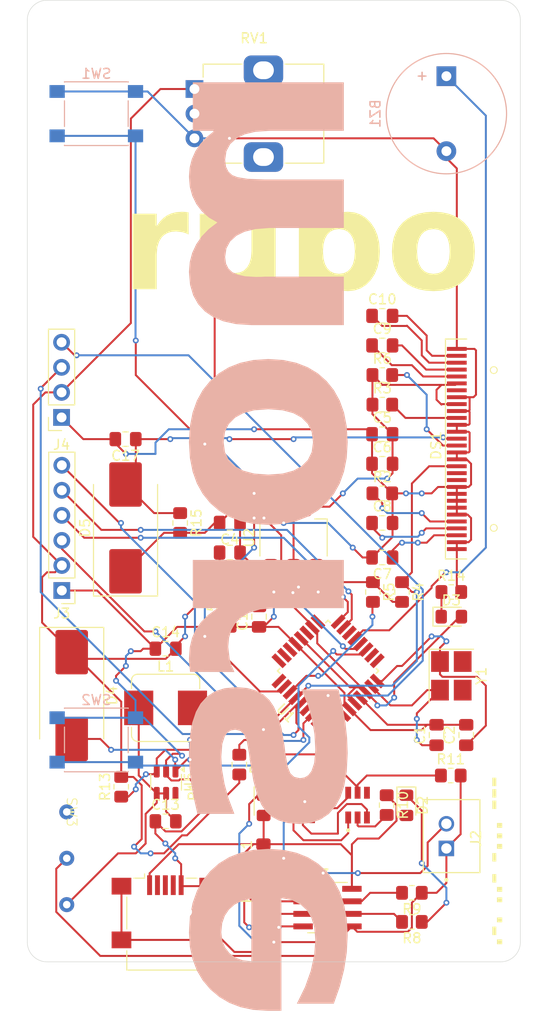
<source format=kicad_pcb>
(kicad_pcb (version 20240108) (generator "pcbnew") (generator_version "8.0")
  (layers (0 "F.Cu" signal) (31 "B.Cu" signal) (34 "B.Paste" user) (35 "F.Paste" user) (36 "B.SilkS" user "B.Silkscreen") (37 "F.SilkS" user "F.Silkscreen") (38 "B.Mask" user) (39 "F.Mask" user) (44 "Edge.Cuts" user))
  (net 0 "")
  (net 1 "VCC_C")
  (net 2 "Buzzer")
  (net 3 "Net-(U1-XTAL1{slash}PB6)")
  (net 4 "Net-(U1-XTAL2{slash}PB7)")
  (net 5 "+5V")
  (net 6 "+3.3V")
  (net 7 "Net-(DS1-VCC)")
  (net 8 "Net-(DS1-VCOMH)")
  (net 9 "Net-(DS1-C1N)")
  (net 10 "Net-(DS1-C1P)")
  (net 11 "Net-(DS1-C2N)")
  (net 12 "Net-(DS1-C2P)")
  (net 13 "Net-(D1-A)")
  (net 14 "Net-(U4-VCC)")
  (net 15 "Net-(U4-GND)")
  (net 16 "Net-(SW3-C)")
  (net 17 "RES")
  (net 18 "BAT_POS")
  (net 19 "Net-(D2-K)")
  (net 20 "Net-(D3-K)")
  (net 21 "Net-(D4-A)")
  (net 22 "Net-(DS1-BS1)")
  (net 23 "Net-(DS1-D{slash}~{C})")
  (net 24 "SCL")
  (net 25 "SDA")
  (net 27 "Net-(DS1-IREF)")
  (net 31 "MISO")
  (net 32 "RST")
  (net 33 "MOSI")
  (net 34 "TX")
  (net 35 "RX")
  (net 37 "Net-(U4-OD)")
  (net 39 "Net-(U4-OC)")
  (net 40 "Net-(U3-PROG)")
  (net 41 "Net-(U3-~{STDBY})")
  (net 42 "Net-(U3-~{CHRG})")
  (net 43 "Net-(U4-CS)")
  (net 44 "Net-(U5-FB)")
  (net 45 "Button_0")
  (net 46 "Button_1")
  (net 50 "SCK")
  (net 63 "POT")
  (footprint "Capacitor_SMD:C_0805_2012Metric_Pad1.18x1.45mm_HandSolder" (layer "F.Cu") (at 133.525 126.25)
    (property "Reference" "C14")
    (property "Value" "22u")
  )
  (footprint "Resistor_SMD:R_0805_2012Metric_Pad1.20x1.40mm_HandSolder" (layer "F.Cu") (at 141 138 -90)
    (property "Reference" "R1")
    (property "Value" "1k")
  )
  (footprint "Resistor_SMD:R_0805_2012Metric_Pad1.20x1.40mm_HandSolder" (layer "F.Cu") (at 155.5 110.5)
    (property "Reference" "R2")
    (property "Value" "910k")
  )
  (footprint "Inductor_SMD:L_Bourns_SRP7028A_7.3x6.6mm" (layer "F.Cu") (at 133.525 132.25)
    (property "Reference" "L1")
    (property "Value" "22u")
  )
  (footprint "Diode_SMD:D_SMC_Handsoldering" (layer "F.Cu") (at 124.0025 131 -90)
    (property "Reference" "D4")
    (property "Value" "D_Schottky")
  )
  (footprint "Resistor_SMD:R_0805_2012Metric_Pad1.20x1.40mm_HandSolder" (layer "F.Cu") (at 155.9425 142.1075 -90)
    (property "Reference" "R10")
    (property "Value" "1k")
  )
  (footprint "Capacitor_SMD:C_0805_2012Metric_Pad1.18x1.45mm_HandSolder" (layer "F.Cu") (at 133.525 143.75)
    (property "Reference" "C13")
    (property "Value" "22u")
  )
  (footprint "footprints:SOT-23-6L_TCP" (layer "F.Cu") (at 147.4425 142.1075 -90)
    (property "Reference" "Q1")
    (property "Value" "FS8205A")
  )
  (footprint "TP4056:SOP127P600X175-9N" (layer "F.Cu") (at 149.9425 152.5)
    (property "Reference" "U3")
    (property "Value" "TP4056")
  )
  (footprint "Package_QFP:TQFP-32_7x7mm_P0.8mm" (layer "F.Cu") (at 150 128.5 135)
    (property "Reference" "U1")
    (property "Value" "ATmega328P-A")
  )
  (footprint "Capacitor_SMD:C_0805_2012Metric_Pad1.18x1.45mm_HandSolder" (layer "F.Cu") (at 139.99 123 90)
    (property "Reference" "C15")
    (property "Value" "10u")
  )
  (footprint "Potentiometer_THT:Potentiometer_Alps_RK09K_Single_Vertical" (layer "F.Cu") (at 136.45 69.5)
    (property "Reference" "RV1")
    (property "Value" "R_Potentiometer")
  )
  (footprint "B2B-XH-A_LF__SN_:JST_B2B-XH-A_LF__SN_" (layer "F.Cu") (at 162.525 145.25 -90)
    (property "Reference" "J2")
    (property "Value" "B2B-XH-A_LF__SN_")
  )
  (footprint "Capacitor_SMD:C_0805_2012Metric_Pad1.18x1.45mm_HandSolder" (layer "F.Cu") (at 155.5 92.5)
    (property "Reference" "C10")
    (property "Value" "1u")
  )
  (footprint "Capacitor_SMD:C_0805_2012Metric_Pad1.18x1.45mm_HandSolder" (layer "F.Cu") (at 155.5 104.5)
    (property "Reference" "C5")
    (property "Value" "1u")
  )
  (footprint "LED_SMD:LED_0805_2012Metric_Pad1.15x1.40mm_HandSolder" (layer "F.Cu") (at 143.465 142.13 -90)
    (property "Reference" "D1")
    (property "Value" "RED")
  )
  (footprint "Capacitor_SMD:C_0805_2012Metric_Pad1.18x1.45mm_HandSolder" (layer "F.Cu") (at 140.0375 113.49 180)
    (property "Reference" "C4")
    (property "Value" "10u")
  )
  (footprint "Capacitor_SMD:C_0805_2012Metric_Pad1.18x1.45mm_HandSolder" (layer "F.Cu") (at 140.0375 116.5 180)
    (property "Reference" "C3")
    (property "Value" "10u")
  )
  (footprint "Capacitor_SMD:C_0805_2012Metric_Pad1.18x1.45mm_HandSolder" (layer "F.Cu") (at 155.5 113.5)
    (property "Reference" "C8")
    (property "Value" "4.7u")
  )
  (footprint "Switch:SS-12D10L5" (layer "F.Cu") (at 123.5 142.8 -90)
    (property "Reference" "SW3")
    (property "Value" "SW_SPDT")
  )
  (footprint "Package_TO_SOT_SMD:SOT-223-3_TabPin2" (layer "F.Cu") (at 146.5 115 90)
    (property "Reference" "U2")
    (property "Value" "AMS1117-3.3")
  )
  (footprint "Connector_PinSocket_2.54mm:PinSocket_1x04_P2.54mm_Vertical" (layer "F.Cu") (at 122.975 102.8 180)
    (property "Reference" "J4")
    (property "Value" "Conn_01x04_Pin")
  )
  (footprint "Resistor_SMD:R_0805_2012Metric_Pad1.20x1.40mm_HandSolder" (layer "F.Cu") (at 155.5 98.5)
    (property "Reference" "R6")
    (property "Value" "4.7k")
  )
  (footprint "Resistor_SMD:R_0805_2012Metric_Pad1.20x1.40mm_HandSolder" (layer "F.Cu") (at 138.025 140.25 90)
    (property "Reference" "R12")
    (property "Value" "1k")
  )
  (footprint "Capacitor_SMD:C_0805_2012Metric_Pad1.18x1.45mm_HandSolder" (layer "F.Cu") (at 155.5 107.5)
    (property "Reference" "C6")
    (property "Value" "1u")
  )
  (footprint "LED_SMD:LED_0805_2012Metric_Pad1.15x1.40mm_HandSolder" (layer "F.Cu") (at 162.5 123)
    (property "Reference" "D3")
    (property "Value" "GREEN")
  )
  (footprint "LED_SMD:LED_0805_2012Metric_Pad1.15x1.40mm_HandSolder" (layer "F.Cu") (at 157.9425 142.13 -90)
    (property "Reference" "D2")
    (property "Value" "GREEN")
  )
  (footprint "DW01A:SOT95P280X145-6N" (layer "F.Cu") (at 152.992499 142.1075 90)
    (property "Reference" "U4")
    (property "Value" "DW01A")
  )
  (footprint "Resistor_SMD:R_0805_2012Metric_Pad1.20x1.40mm_HandSolder" (layer "F.Cu") (at 158.5 151 180)
    (property "Reference" "R9")
    (property "Value" "1k")
  )
  (footprint "Capacitor_SMD:C_0805_2012Metric_Pad1.18x1.45mm_HandSolder" (layer "F.Cu") (at 143.4425 138 -90)
    (property "Reference" "C12")
    (property "Value" "100n")
  )
  (footprint "Capacitor_SMD:C_0805_2012Metric_Pad1.18x1.45mm_HandSolder" (layer "F.Cu") (at 143.4425 147.1075 90)
    (property "Reference" "C11")
    (property "Value" "10u")
  )
  (footprint "Resistor_SMD:R_0805_2012Metric_Pad1.20x1.40mm_HandSolder" (layer "F.Cu") (at 155.5 101.5)
    (property "Reference" "R3")
    (property "Value" "4.7k")
  )
  (footprint "Crystal:Crystal_SMD_3225-4Pin_3.2x2.5mm_HandSoldering" (layer "F.Cu") (at 162.5 129 -90)
    (property "Reference" "Y1")
    (property "Value" "16M")
  )
  (footprint "Connector_PinHeader_2.54mm:PinHeader_1x06_P2.54mm_Vertical" (layer "F.Cu") (at 123 120.35 180)
    (property "Reference" "J3")
    (property "Value" "Conn_01x06")
  )
  (footprint "Resistor_SMD:R_0805_2012Metric_Pad1.20x1.40mm_HandSolder" (layer "F.Cu") (at 162.5 120.5)
    (property "Reference" "R14")
    (property "Value" "1k")
  )
  (footprint "Capacitor_SMD:C_0805_2012Metric_Pad1.18x1.45mm_HandSolder" (layer "F.Cu") (at 164.01 135 90)
    (property "Reference" "C2")
    (property "Value" "22pf")
  )
  (footprint "Package_TO_SOT_SMD:SOT-23-6" (layer "F.Cu") (at 133.575 139.7875 -90)
    (property "Reference" "U5")
    (property "Value" "MT3608")
  )
  (footprint "Resistor_SMD:R_0805_2012Metric_Pad1.20x1.40mm_HandSolder" (layer "F.Cu") (at 158.5 153.95 180)
    (property "Reference" "R8")
    (property "Value" "1k")
  )
  (footprint "Capacitor_SMD:C_0805_2012Metric_Pad1.18x1.45mm_HandSolder" (layer "F.Cu") (at 161 135 90)
    (property "Reference" "C1")
    (property "Value" "22pf")
  )
  (footprint "Display:OLED-128O064D" (layer "F.Cu") (at 163.055 106 -90)
    (property "Reference" "DS1")
    (property "Value" "OLED-128O064D")
  )
  (footprint "Capacitor_SMD:C_0805_2012Metric_Pad1.18x1.45mm_HandSolder" (layer "F.Cu") (at 129.4625 105 180)
    (property "Reference" "C17")
    (property "Value" "4.7u")
  )
  (footprint "Resistor_SMD:R_0805_2012Metric_Pad1.20x1.40mm_HandSolder" (layer "F.Cu") (at 143.4425 151.1075 90)
    (property "Reference" "R7")
    (property "Value" "2k")
  )
  (footprint "Capacitor_SMD:C_0805_2012Metric_Pad1.18x1.45mm_HandSolder" (layer "F.Cu") (at 143 123 90)
    (property "Reference" "C16")
    (property "Value" "1u")
  )
  (footprint "Capacitor_SMD:C_0805_2012Metric_Pad1.18x1.45mm_HandSolder" (layer "F.Cu") (at 155.5 95.5)
    (property "Reference" "C9")
    (property "Value" "1u")
  )
  (footprint "Resistor_SMD:R_0805_2012Metric_Pad1.20x1.40mm_HandSolder" (layer "F.Cu") (at 162.4425 139.1075)
    (property "Reference" "R11")
    (property "Value" "100R")
  )
  (footprint "Resistor_SMD:R_0805_2012Metric_Pad1.20x1.40mm_HandSolder" (layer "F.Cu") (at 154.55 120.5 -90)
    (property "Reference" "R5")
    (property "Value" "4.7k")
  )
  (footprint "Capacitor_SMD:C_0805_2012Metric_Pad1.18x1.45mm_HandSolder" (layer "F.Cu") (at 155.5 117 180)
    (property "Reference" "C7")
    (property "Value" "2.2u")
  )
  (footprint "Resistor_SMD:R_0805_2012Metric_Pad1.20x1.40mm_HandSolder" (layer "F.Cu") (at 135 113.5 -90)
    (property "Reference" "R15")
    (property "Value" "4.7k")
  )
  (footprint "Diode_SMD:D_SMC_Handsoldering" (layer "F.Cu") (at 129.4625 114 90)
    (property "Reference" "D5")
    (property "Value" "D_Schottky")
  )
  (footprint "Resistor_SMD:R_0805_2012Metric_Pad1.20x1.40mm_HandSolder" (layer "F.Cu") (at 157.5 120.5 -90)
    (property "Reference" "R4")
    (property "Value" "4.7k")
  )
  (footprint "Resistor_SMD:R_0805_2012Metric_Pad1.20x1.40mm_HandSolder" (layer "F.Cu") (at 129.025 140.25 90)
    (property "Reference" "R13")
    (property "Value" "7.5k")
  )
  (footprint "Connector_USB:USB_Mini-B_Lumberg_2486_01_Horizontal" (layer "F.Cu") (at 133.5 152.925)
    (property "Reference" "J1")
    (property "Value" "USB_B_Mini")
  )
  (footprint "Button_Switch_SMD:SW_Push_1P1T_NO_6x6mm_H9.5mm" (layer "B.Cu") (at 126.5 135.5 180)
    (property "Reference" "SW2")
    (property "Value" "SW_Push")
  )
  (footprint "Buzzer_Beeper:Buzzer_12x9.5RM7.6" (layer "B.Cu") (at 162 68.2 -90)
    (property "Reference" "BZ1")
    (property "Value" "Buzzer")
  )
  (footprint "Button_Switch_SMD:SW_Push_1P1T_NO_6x6mm_H9.5mm" (layer "B.Cu") (at 126.5 72 180)
    (property "Reference" "SW1")
    (property "Value" "SW_Push")
  )
  (gr_arc (start 167.5 60.5) (mid 168.914214 61.085786) (end 169.5 62.5) (stroke (width 0.05)) (layer "Edge.Cuts"))
  (gr_line (start 169.5 156) (end 169.5 62.5) (stroke (width 0.05)) (layer "Edge.Cuts"))
  (gr_line (start 119.5 156) (end 119.5 62.5) (stroke (width 0.05)) (layer "Edge.Cuts"))
  (gr_line (start 121.5 158) (end 167.5 158) (stroke (width 0.05)) (layer "Edge.Cuts"))
  (gr_line (start 167.5 60.5) (end 121.5 60.5) (stroke (width 0.05)) (layer "Edge.Cuts"))
  (gr_arc (start 169.5 156) (mid 168.914214 157.414214) (end 167.5 158) (stroke (width 0.05)) (layer "Edge.Cuts"))
  (gr_arc (start 121.5 158) (mid 120.085786 157.414214) (end 119.5 156) (stroke (width 0.05)) (layer "Edge.Cuts"))
  (gr_arc (start 119.5 62.5) (mid 120.085786 61.085786) (end 121.5 60.5) (stroke (width 0.05)) (layer "Edge.Cuts"))
  (gr_text "morse" (at 155 66.5 90) (layer "B.SilkS") (effects (font (size 20 20) (thickness 0.1)) (justify left bottom mirror)))
  (gr_text ".-. ..- -... ---" (at 168 156.5 90) (layer "F.SilkS") (effects (font (size 2 2) (thickness 0.1)) (justify left bottom)))
  (gr_text "rubo" (at 129 91.5 0) (layer "F.SilkS") (effects (font (size 10 10) (thickness 0.1)) (justify left bottom)))
  (segment (start 163.055 112.65) (end 163.055 111.95) (width 0.2) (layer "F.Cu") (net 1))
  (segment (start 134.992148 136.9) (end 135.192148 137.1) (width 0.2) (layer "F.Cu") (net 1))
  (segment (start 129.05 155.775) (end 129.05 150.325) (width 0.2) (layer "F.Cu") (net 1))
  (segment (start 164.355 102.25) (end 164.255 102.15) (width 0.2) (layer "F.Cu") (net 1))
  (segment (start 156.5 110.5) (end 157.9 110.5) (width 0.2) (layer "F.Cu") (net 1))
  (segment (start 144.2 120.2) (end 144.2 118.15) (width 0.2) (layer "F.Cu") (net 1))
  (segment (start 164.5 109.605) (end 164.5 107.5) (width 0.2) (layer "F.Cu") (net 1))
  (segment (start 145 113.5) (end 145.5 113.5) (width 0.2) (layer "F.Cu") (net 1))
  (segment (start 154.4625 107.5) (end 154.4625 108.4625) (width 0.2) (layer "F.Cu") (net 1))
  (segment (start 132.4875 126.25) (end 134.7 124.0375) (width 0.2) (layer "F.Cu") (net 1))
  (segment (start 142.165 112.4) (end 143.9 112.4) (width 0.2) (layer "F.Cu") (net 1))
  (segment (start 145.5 147.5) (end 144.855 148.145) (width 0.2) (layer "F.Cu") (net 1))
  (segment (start 164.5 113) (end 164.15 112.65) (width 0.2) (layer "F.Cu") (net 1))
  (segment (start 134.978052 139.5) (end 134.865552 139.6125) (width 0.2) (layer "F.Cu") (net 1))
  (segment (start 160.5 110.5) (end 161.15 109.85) (width 0.2) (layer "F.Cu") (net 1))
  (segment (start 163.055 109.85) (end 164.255 109.85) (width 0.2) (layer "F.Cu") (net 1))
  (segment (start 156.5375 113.5) (end 156.5375 114.925) (width 0.2) (layer "F.Cu") (net 1))
  (segment (start 136 139.5) (end 134.978052 139.5) (width 0.2) (layer "F.Cu") (net 1))
  (segment (start 163.055 116.15) (end 163.055 120.055) (width 0.2) (layer "F.Cu") (net 1))
  (segment (start 162 75.8) (end 160.7 74.5) (width 0.2) (layer "F.Cu") (net 1))
  (segment (start 144.971814 124.0375) (end 146.711953 125.777639) (width 0.2) (layer "F.Cu") (net 1))
  (segment (start 163.055 111.95) (end 163.055 111.25) (width 0.2) (layer "F.Cu") (net 1))
  (segment (start 163.055 120.055) (end 163.5 120.5) (width 0.2) (layer "F.Cu") (net 1))
  (segment (start 141.075 116.5) (end 141.075 113.49) (width 0.2) (layer "F.Cu") (net 1))
  (segment (start 163.055 116.15) (end 163.055 115.45) (width 0.2) (layer "F.Cu") (net 1))
  (segment (start 156.5375 113.5) (end 156.5375 110.5375) (width 0.2) (layer "F.Cu") (net 1))
  (segment (start 163.055 111.25) (end 163.055 110.55) (width 0.2) (layer "F.Cu") (net 1))
  (segment (start 131 126.5) (end 131.25 126.25) (width 0.2) (layer "F.Cu") (net 1))
  (segment (start 143.4625 124.0375) (end 144.5 123) (width 0.2) (layer "F.Cu") (net 1))
  (segment (start 142.725 118.15) (end 141.075 116.5) (width 0.2) (layer "F.Cu") (net 1))
  (segment (start 164.355 104.35) (end 164.255 104.25) (width 0.2) (layer "F.Cu") (net 1))
  (segment (start 164.355 102.05) (end 164.355 100.85) (width 0.2) (layer "F.Cu") (net 1))
  (segment (start 161 133.9625) (end 160.0375 133.9625) (width 0.2) (layer "F.Cu") (net 1))
  (segment (start 160.1 145.9) (end 160.1 148.248529) (width 0.2) (layer "F.Cu") (net 1))
  (segment (start 147.4675 150.595) (end 145.8925 150.595) (width 0.2) (layer "F.Cu") (net 1))
  (segment (start 164.255 100.75) (end 163.055 100.75) (width 0.2) (layer "F.Cu") (net 1))
  (segment (start 159.5 134.5) (end 154.302944 134.5) (width 0.2) (layer "F.Cu") (net 1))
  (segment (start 132.4875 143.75) (end 133.5125 144.775) (width 0.2) (layer "F.Cu") (net 1))
  (segment (start 133.575 139.075) (end 133.575 138.65) (width 0.2) (layer "F.Cu") (net 1))
  (segment (start 135.2 150.325) (end 135.1 150.225) (width 0.2) (layer "F.Cu") (net 1))
  (segment (start 137.95 150.325) (end 135.2 150.325) (width 0.2) (layer "F.Cu") (net 1))
  (segment (start 131.25 126.25) (end 132.4875 126.25) (width 0.2) (layer "F.Cu") (net 1))
  (segment (start 143 124.0375) (end 143.4625 124.0375) (width 0.2) (layer "F.Cu") (net 1))
  (segment (start 148.392501 140.76765) (end 148.392501 141.4566) (width 0.2) (layer "F.Cu") (net 1))
  (segment (start 160.0375 133.9625) (end 159.5 134.5) (width 0.2) (layer "F.Cu") (net 1))
  (segment (start 164.05 107.05) (end 163.055 107.05) (width 0.2) (layer "F.Cu") (net 1))
  (segment (start 128.425 105) (end 128.425 105.425) (width 0.2) (layer "F.Cu") (net 1))
  (segment (start 144.47 153.135) (end 147.4675 153.135) (width 0.2) (layer "F.Cu") (net 1))
  (segment (start 160.1 148.248529) (end 159.348529 149) (width 0.2) (layer "F.Cu") (net 1))
  (segment (start 156.5375 114.925) (end 154.4625 117) (width 0.2) (layer "F.Cu") (net 1))
  (segment (start 153.5 117) (end 154.4625 117) (width 0.2) (layer "F.Cu") (net 1))
  (segment (start 126.5875 120.35) (end 132.4875 126.25) (width 0.2) (layer "F.Cu") (net 1))
  (segment (start 133.5 146) (end 132.4875 144.9875) (width 0.2) (layer "F.Cu") (net 1))
  (segment (start 164.355 100.85) (end 164.255 100.75) (width 0.2) (layer "F.Cu") (net 1))
  (segment (start 130 126.5) (end 131 126.5) (width 0.2) (layer "F.Cu") (net 1))
  (segment (start 137.95 150.325) (end 137.95 154.45) (width 0.2) (layer "F.Cu") (net 1))
  (segment (start 156.5375 110.5375) (end 156.5 110.5) (width 0.2) (layer "F.Cu") (net 1))
  (segment (start 164.255 104.25) (end 163.055 104.25) (width 0.2) (layer "F.Cu") (net 1))
  (segment (start 159.5 110.5) (end 160.5 110.5) (width 0.2) (layer "F.Cu") (net 1))
  (segment (start 156.028186 133.9625) (end 161 133.9625) (width 0.2) (layer "F.Cu") (net 1))
  (segment (start 143 157) (end 143.4425 156.5575) (width 0.2) (layer "F.Cu") (net 1))
  (segment (start 134.865552 139.6125) (end 134.1125 139.6125) (width 0.2) (layer "F.Cu") (net 1))
  (segment (start 143.4425 152.1075) (end 144.47 153.135) (width 0.2) (layer "F.Cu") (net 1))
  (segment (start 142 149.5875) (end 143.4425 148.145) (width 0.2) (layer "F.Cu") (net 1))
  (segment (start 165 100.5) (end 164.75 100.75) (width 0.2) (layer "F.Cu") (net 1))
  (segment (start 164.255 102.15) (end 164.355 102.05) (width 0.2) (layer "F.Cu") (net 1))
  (segment (start 164.5 115.205) (end 164.5 113) (width 0.2) (layer "F.Cu") (net 1))
  (segment (start 144.2 118.15) (end 142.725 118.15) (width 0.2) (layer "F.Cu") (net 1))
  (segment (start 164.255 103.55) (end 164.355 103.45) (width 0.2) (layer "F.Cu") (net 1))
  (segment (start 163.055 102.15) (end 164.255 102.15) (width 0.2) (layer "F.Cu") (net 1))
  (segment (start 154.4625 104.5) (end 154.4625 107.5) (width 0.2) (layer "F.Cu") (net 1))
  (segment (start 161.15 109.85) (end 163.055 109.85) (width 0.2) (layer "F.Cu") (net 1))
  (segment (start 163.055 103.55) (end 164.255 103.55) (width 0.2) (layer "F.Cu") (net 1))
  (segment (start 135.1 150.225) (end 135.1 148.1) (width 0.2) (layer "F.Cu") (net 1))
  (segment (start 163.055 77.555) (end 163.055 95.85) (width 0.2) (layer "F.Cu") (net 1))
  (segment (start 154.302944 134.5) (end 152.156676 132.353732) (width 0.2) (layer "F.Cu") (net 1))
  (segment (start 132.4875 144.9875) (end 132.4875 143.75) (width 0.2) (layer "F.Cu") (net 1))
  (segment (start 143 124.0375) (end 144.971814 124.0375) (width 0.2) (layer "F.Cu") (net 1))
  (segment (start 141.075 113.49) (end 142.165 112.4) (width 0.2) (layer "F.Cu") (net 1))
  (segment (start 163.055 104.25) (end 163.055 103.55) (width 0.2) (layer "F.Cu") (net 1))
  (segment (start 140.5 157) (end 143 157) (width 0.2) (layer "F.Cu") (net 1))
  (segment (start 128.5 129.5) (end 128.5 129) (width 0.2) (layer "F.Cu") (net 1))
  (segment (start 142 151.5) (end 142 149.5875) (width 0.2) (layer "F.Cu") (net 1))
  (segment (start 137.95 155.775) (end 129.05 155.775) (width 0.2) (layer "F.Cu") (net 1))
  (segment (start 135.134744 144.775) (end 138.025 141.884744) (width 0.2) (layer "F.Cu") (net 1))
  (segment (start 162 144) (end 160.1 145.9) (width 0.2) (layer "F.Cu") (net 1))
  (segment (start 137.95 154.45) (end 140.5 157) (width 0.2) (layer "F.Cu") (net 1))
  (segment (start 164.355 103.45) (end 164.355 102.25) (width 0.2) (layer "F.Cu") (net 1))
  (segment (start 123 120.35) (end 126.5875 120.35) (width 0.2) (layer "F.Cu") (net 1))
  (segment (start 143.4425 156.5575) (end 143.4425 152.1075) (width 0.2) (layer "F.Cu") (net 1))
  (segment (start 134.251471 136.9) (end 134.992148 136.9) (width 0.2) (layer "F.Cu") (net 1))
  (segment (start 148.392501 141.4566) (end 148.092499 141.756602) (width 0.2) (layer "F.Cu") (net 1))
  (segment (start 137.75 141.25) (end 136 139.5) (width 0.2) (layer "F.Cu") (net 1))
  (segment (start 154.4625 108.4625) (end 156.5 110.5) (width 0.2) (layer "F.Cu") (net 1))
  (segment (start 138.025 141.25) (end 137.75 141.25) (width 0.2) (layer "F.Cu") (net 1))
  (segment (start 164.255 115.45) (end 164.5 115.205) (width 0.2) (layer "F.Cu") (net 1))
  (segment (start 133.5125 144.775) (end 135.134744 144.775) (width 0.2) (layer "F.Cu") (net 1))
  (segment (start 153.9625 104) (end 154.4625 104.5) (width 0.2) (layer "F.Cu") (net 1))
  (segment (start 142.5 104) (end 153.9625 104) (width 0.2) (layer "F.Cu") (net 1))
  (segment (start 162 76.5) (end 163.055 77.555) (width 0.2) (layer "F.Cu") (net 1))
  (segment (start 153.288047 131.222361) (end 156.028186 133.9625) (width 0.2) (layer "F.Cu") (net 1))
  (segment (start 137.95 150.325) (end 137.95 155.775) (width 0.2) (layer "F.Cu") (net 1))
  (segment (start 143.4425 152.1075) (end 142.6075 152.1075) (width 0.2) (layer "F.Cu") (net 1))
  (segment (start 164.255 106.35) (end 164.355 106.25) (width 0.2) (layer "F.Cu") (net 1))
  (segment (start 149.0625 149) (end 147.4675 150.595) (width 0.2) (layer "F.Cu") (net 1))
  (segment (start 152.5 116) (end 153.5 117) (width 0.2) (layer "F.Cu") (net 1))
  (segment (start 159.348529 149) (end 153.0175 149) (width 0.2) (layer "F.Cu") (net 1))
  (segment (start 133.575 137.576471) (end 134.251471 136.9) (width 0.2) (layer "F.Cu") (net 1))
  (segment (start 135.1 148.1) (end 134.5 147.5) (width 0.2) (layer "F.Cu") (net 1))
  (segment (start 161 133.9625) (end 164.01 133.9625) (width 0.2) (layer "F.Cu") (net 1))
  (segment (start 143.9 112.4) (end 145 113.5) (width 0.2) (layer "F.Cu") (net 1))
  (segment (start 144.5 120.5) (end 144.2 120.2) (width 0.2) (layer "F.Cu") (net 1))
  (segment (start 128.425 105.425) (end 129.5 106.5) (width 0.2) (layer "F.Cu") (net 1))
  (segment (start 138.025 141.884744) (end 138.025 141.25) (width 0.2) (layer "F.Cu") (net 1))
  (segment (start 164.75 100.75) (end 163.055 100.75) (width 0.2) (layer "F.Cu") (net 1))
  (segment (start 128.425 105) (end 125.175 105) (width 0.2) (layer "F.Cu") (net 1))
  (segment (start 163.055 115.45) (end 164.255 115.45) (width 0.2) (layer "F.Cu") (net 1))
  (segment (start 164.5 107.5) (end 164.05 107.05) (width 0.2) (layer "F.Cu") (net 1))
  (segment (start 148.092499 141.756602) (end 147.639812 141.756602) (width 0.2) (layer "F.Cu") (net 1))
  (segment (start 151.662221 131.859277) (end 152.156676 132.353732) (width 0.2) (layer "F.Cu") (net 1))
  (segment (start 145.8925 150.595) (end 143.4425 148.145) (width 0.2) (layer "F.Cu") (net 1))
  (segment (start 139.99 124.0375) (end 143 124.0375) (width 0.2) (layer "F.Cu") (net 1))
  (segment (start 134.1125 139.6125) (end 133.575 139.075) (width 0.2) (layer "F.Cu") (net 1))
  (segment (start 151.662221 130.727907) (end 151.662221 131.859277) (width 0.2) (layer "F.Cu") (net 1))
  (segment (start 164.15 112.65) (end 163.055 112.65) (width 0.2) (layer "F.Cu") (net 1))
  (segment (start 163.055 106.35) (end 164.255 106.35) (width 0.2) (layer "F.Cu") (net 1))
  (segment (start 160.7 74.5) (end 140 74.5) (width 0.2) (layer "F.Cu") (net 1))
  (segment (start 164.355 106.25) (end 164.355 104.35) (width 0.2) (layer "F.Cu") (net 1))
  (segment (start 162 75.8) (end 162 76.5) (width 0.2) (layer "F.Cu") (net 1))
  (segment (start 142.6075 152.1075) (end 142 151.5) (width 0.2) (layer "F.Cu") (net 1))
  (segment (start 133.575 138.65) (end 133.575 137.576471) (width 0.2) (layer "F.Cu") (net 1))
  (segment (start 164.255 109.85) (end 164.5 109.605) (width 0.2) (layer "F.Cu") (net 1))
  (segment (start 163.055 110.55) (end 163.055 109.85) (width 0.2) (layer "F.Cu") (net 1))
  (segment (start 144.855 148.145) (end 143.4425 148.145) (width 0.2) (layer "F.Cu") (net 1))
  (segment (start 164.85 95.85) (end 165 96) (width 0.2) (layer "F.Cu") (net 1))
  (segment (start 163.055 107.05) (end 163.055 106.35) (width 0.2) (layer "F.Cu") (net 1))
  (segment (start 134.7 124.0375) (end 139.99 124.0375) (width 0.2) (layer "F.Cu") (net 1))
  (segment (start 146.711953 125.777639) (end 151.662221 130.727907) (width 0.2) (layer "F.Cu") (net 1))
  (segment (start 165 96) (end 165 100.5) (width 0.2) (layer "F.Cu") (net 1))
  (segment (start 149.5 149) (end 149.0625 149) (width 0.2) (layer "F.Cu") (net 1))
  (segment (start 163.055 95.85) (end 164.85 95.85) (width 0.2) (layer "F.Cu") (net 1))
  (segment (start 128.5 129) (end 129.5 128) (width 0.2) (layer "F.Cu") (net 1))
  (segment (start 125.175 105) (end 122.975 102.8) (width 0.2) (layer "F.Cu") (net 1))
  (via (at 144.5 120.5) (size 0.6) (drill 0.3) (layers "F.Cu" "B.Cu") (net 1))
  (via (at 128.5 129.5) (size 0.6) (drill 0.3) (layers "F.Cu" "B.Cu") (net 1))
  (via (at 145.5 147.5) (size 0.6) (drill 0.3) (layers "F.Cu" "B.Cu") (net 1))
  (via (at 130 126.5) (size 0.6) (drill 0.3) (layers "F.Cu" "B.Cu") (net 1))
  (via (at 134.5 147.5) (size 0.6) (drill 0.3) (layers "F.Cu" "B.Cu") (net 1))
  (via (at 135.192148 137.1) (size 0.6) (drill 0.3) (layers "F.Cu" "B.Cu") (net 1))
  (via (at 129.5 106.5) (size 0.6) (drill 0.3) (layers "F.Cu" "B.Cu") (net 1))
  (via (at 147.639812 141.756602) (size 0.6) (drill 0.3) (layers "F.Cu" "B.Cu") (net 1))
  (via (at 142.5 104) (size 0.6) (drill 0.3) (layers "F.Cu" "B.Cu") (net 1))
  (via (at 145.5 113.5) (size 0.6) (drill 0.3) (layers "F.Cu" "B.Cu") (net 1))
  (via (at 149.5 149) (size 0.6) (drill 0.3) (layers "F.Cu" "B.Cu") (net 1))
  (via (at 157.9 110.5) (size 0.6) (drill 0.3) (layers "F.Cu" "B.Cu") (net 1))
  (via (at 133.5 146) (size 0.6) (drill 0.3) (layers "F.Cu" "B.Cu") (net 1))
  (via (at 153.0175 149) (size 0.6) (drill 0.3) (layers "F.Cu" "B.Cu") (net 1))
  (via (at 140 74.5) (size 0.6) (drill 0.3) (layers "F.Cu" "B.Cu") (net 1))
  (via (at 144.5 123) (size 0.6) (drill 0.3) (layers "F.Cu" "B.Cu") (net 1))
  (via (at 152.5 116) (size 0.6) (drill 0.3) (layers "F.Cu" "B.Cu") (net 1))
  (via (at 159.5 110.5) (size 0.6) (drill 0.3) (layers "F.Cu" "B.Cu") (net 1))
  (via (at 129.5 128) (size 0.6) (drill 0.3) (layers "F.Cu" "B.Cu") (net 1))
  (segment (start 153.0175 149) (end 149.5 149) (width 0.2) (layer "B.Cu") (net 1))
  (segment (start 122.525 69.75) (end 130.475 69.75) (width 0.2) (layer "B.Cu") (net 1))
  (segment (start 134.5 147) (end 133.5 146) (width 0.2) (layer "B.Cu") (net 1))
  (segment (start 130.475 133.25) (end 130.475 131.475) (width 0.2) (layer "B.Cu") (net 1))
  (segment (start 129.5 106.5) (end 130.5 106.5) (width 0.2) (layer "B.Cu") (net 1))
  (segment (start 145.5 143.896414) (end 145.5 147.5) (width 0.2) (layer "B.Cu") (net 1))
  (segment (start 157.9 110.5) (end 159.5 110.5) (width 0.2) (layer "B.Cu") (net 1))
  (segment (start 130.5 106.5) (end 132.5 106.5) (width 0.2) (layer "B.Cu") (net 1))
  (segment (start 133.848529 104) (end 142.5 104) (width 0.2) (layer "B.Cu") (net 1))
  (segment (start 140 74.5) (end 136.45 74.5) (width 0.2) (layer "B.Cu") (net 1))
  (segment (start 150 113.5) (end 152.5 116) (width 0.2) (layer "B.Cu") (net 1))
  (segment (start 129.5 128) (end 129.5 127) (width 0.2) (layer "B.Cu") (net 1))
  (segment (start 122.525 133.25) (end 130.475 133.25) (width 0.2) (layer "B.Cu") (net 1))
  (segment (start 132.5 106.5) (end 132.5 105.348529) (width 0.2) (layer "B.Cu") (net 1))
  (segment (start 145.5 113.5) (end 150 113.5) (width 0.2) (layer "B.Cu") (net 1))
  (segment (start 132.5 105.348529) (end 133.848529 104) (width 0.2) (layer "B.Cu") (net 1))
  (segment (start 130.475 69.75) (end 131.7 69.75) (width 0.2) (layer "B.Cu") (net 1))
  (segment (start 130.475 131.475) (end 128.5 129.5) (width 0.2) (layer "B.Cu") (net 1))
  (segment (start 147.639812 141.756602) (end 145.5 143.896414) (width 0.2) (layer "B.Cu") (net 1))
  (segment (start 134.5 147.5) (end 134.5 147) (width 0.2) (layer "B.Cu") (net 1))
  (segment (start 131.342148 133.25) (end 130.475 133.25) (width 0.2) (layer "B.Cu") (net 1))
  (segment (start 135.192148 137.1) (end 131.342148 133.25) (width 0.2) (layer "B.Cu") (net 1))
  (segment (start 144.5 123) (end 144.5 120.5) (width 0.2) (layer "B.Cu") (net 1))
  (segment (start 129.5 127) (end 130 126.5) (width 0.2) (layer "B.Cu") (net 1))
  (segment (start 131.7 69.75) (end 136.45 74.5) (width 0.2) (layer "B.Cu") (net 1))
  (segment (start 160.5 119.915256) (end 161.915256 118.5) (width 0.2) (layer "F.Cu") (net 2))
  (segment (start 156.20043 124.384314) (end 160.5 120.084744) (width 0.2) (layer "F.Cu") (net 2))
  (segment (start 161.915256 118.5) (end 162 118.5) (width 0.2) (layer "F.Cu") (net 2))
  (segment (start 160.5 120.084744) (end 160.5 119.915256) (width 0.2) (layer "F.Cu") (net 2))
  (segment (start 152.722361 125.211953) (end 153.55 124.384314) (width 0.2) (layer "F.Cu") (net 2))
  (segment (start 153.55 124.384314) (end 156.20043 124.384314) (width 0.2) (layer "F.Cu") (net 2))
  (via (at 162 118.5) (size 0.6) (drill 0.3) (layers "F.Cu" "B.Cu") (net 2))
  (segment (start 162 118.5) (end 163.5 118.5) (width 0.2) (layer "B.Cu") (net 2))
  (segment (start 166 72.2) (end 162 68.2) (width 0.2) (layer "B.Cu") (net 2))
  (segment (start 166 116) (end 166 72.2) (width 0.2) (layer "B.Cu") (net 2))
  (segment (start 163.5 118.5) (end 166 116) (width 0.2) (layer "B.Cu") (net 2))
  (segment (start 158.5 132) (end 156.328427 132) (width 0.2) (layer "F.Cu") (net 3))
  (segment (start 159 132.8) (end 161.35 130.45) (width 0.2) (layer "F.Cu") (net 3))
  (segment (start 156.328427 132) (end 154.419417 130.09099) (width 0.2) (layer "F.Cu") (net 3))
  (segment (start 159.5375 136.0375) (end 159 135.5) (width 0.2) (layer "F.Cu") (net 3))
  (segment (start 160.05 130.45) (end 158.5 132) (width 0.2) (layer "F.Cu") (net 3))
  (segment (start 161.35 130.45) (end 160.05 130.45) (width 0.2) (layer "F.Cu") (net 3))
  (segment (start 159 133.3625) (end 159 132.8) (width 0.2) (layer "F.Cu") (net 3))
  (segment (start 161 136.0375) (end 159.5375 136.0375) (width 0.2) (layer "F.Cu") (net 3))
  (via (at 159 133.3625) (size 0.6) (drill 0.3) (layers "F.Cu" "B.Cu") (net 3))
  (via (at 159 135.5) (size 0.6) (drill 0.3) (layers "F.Cu" "B.Cu") (net 3))
  (segment (start 159 134.5) (end 159 133.3625) (width 0.2) (layer "B.Cu") (net 3))
  (segment (start 159 135.5) (end 159 134.5) (width 0.2) (layer "B.Cu") (net 3))
  (segment (start 162 125.5) (end 161.35 126.15) (width 0.2) (layer "F.Cu") (net 4))
  (segment (start 161.35 127.55) (end 161.35 128.85) (width 0.2) (layer "F.Cu") (net 4))
  (segment (start 157.5 128) (end 160.5 125) (width 0.2) (layer "F.Cu") (net 4))
  (segment (start 165.1 129.1) (end 166 130) (width 0.2) (layer "F.Cu") (net 4))
  (segment (start 161.6 129.1) (end 165.1 129.1) (width 0.2) (layer "F.Cu") (net 4))
  (segment (start 157 128) (end 157.5 128) (width 0.2) (layer "F.Cu") (net 4))
  (segment (start 166 130) (end 166 134.0475) (width 0.2) (layer "F.Cu") (net 4))
  (segment (start 166 134.0475) (end 164.01 136.0375) (width 0.2) (layer "F.Cu") (net 4))
  (segment (start 154.985103 129.525305) (end 155.474695 129.525305) (width 0.2) (layer "F.Cu") (net 4))
  (segment (start 161.35 126.15) (end 161.35 127.55) (width 0.2) (layer "F.Cu") (net 4))
  (segment (start 161.35 128.85) (end 161.6 129.1) (width 0.2) (layer "F.Cu") (net 4))
  (segment (start 155.474695 129.525305) (end 157 128) (width 0.2) (layer "F.Cu") (net 4))
  (via (at 160.5 125) (size 0.6) (drill 0.3) (layers "F.Cu" "B.Cu") (net 4))
  (via (at 162 125.5) (size 0.6) (drill 0.3) (layers "F.Cu" "B.Cu") (net 4))
  (segment (start 161.5 125) (end 162 125.5) (width 0.2) (layer "B.Cu") (net 4))
  (segment (start 160.5 125) (end 161.5 125) (width 0.2) (layer "B.Cu") (net 4))
  (segment (start 130 72.5) (end 133 69.5) (width 0.2) (layer "F.Cu") (net 5))
  (segment (start 131.1 145.55147) (end 131.1 140.1) (width 0.2) (layer "F.Cu") (net 5))
  (segment (start 134.5625 126.25) (end 134.5625 125.9375) (width 0.2) (layer "F.Cu") (net 5))
  (segment (start 135.184314 145.175) (end 133.359314 147) (width 0.2) (layer "F.Cu") (net 5))
  (segment (start 152.062221 130.892551) (end 152.792551 130.162221) (width 0.2) (layer "F.Cu") (net 5))
  (segment (start 148.8 119.7) (end 148.8 118.15) (width 0.2) (layer "F.Cu") (net 5))
  (segment (start 135.684744 145.175) (end 135.184314 145.175) (width 0.2) (layer "F.Cu") (net 5))
  (segment (start 143 121.9625) (end 139.99 121.9625) (width 0.2) (layer "F.Cu") (net 5))
  (segment (start 141 139.859744) (end 135.684744 145.175) (width 0.2) (layer "F.Cu") (net 5))
  (segment (start 120.1 101.5) (end 121.34 100.26) (width 0.2) (layer "F.Cu") (net 5))
  (segment (start 156.707108 129.642892) (end 156.707108 131.207107) (width 0.2) (layer "F.Cu") (net 5))
  (segment (start 148.40901 123.90901) (end 146.4625 121.9625) (width 0.2) (layer "F.Cu") (net 5))
  (segment (start 121 123.5975) (end 121 119) (width 0.2) (layer "F.Cu") (net 5))
  (segment (start 120.1 114.91) (end 120.1 101.5) (width 0.2) (layer "F.Cu") (net 5))
  (segment (start 135.5 123) (end 136.5375 121.9625) (width 0.2) (layer "F.Cu") (net 5))
  (segment (start 152.722361 131.788047) (end 152.062221 131.127907) (width 0.2) (layer "F.Cu") (net 5))
  (segment (start 133.5375 127.275) (end 124.6775 127.275) (width 0.2) (layer "F.Cu") (net 5))
  (segment (start 144.5 121.5) (end 147 121.5) (width 0.2) (layer "F.Cu") (net 5))
  (segment (start 141 139) (end 141 139.859744) (width 0.2) (layer "F.Cu") (net 5))
  (segment (start 152.792551 130.162221) (end 153.359277 130.162221) (width 0.2) (layer "F.Cu") (net 5))
  (segment (start 123 117.81) (end 120.1 114.91) (width 0.2) (layer "F.Cu") (net 5))
  (segment (start 121 119) (end 121.5 118.5) (width 0.2) (layer "F.Cu") (net 5))
  (segment (start 148.40901 124.080583) (end 148.40901 123.90901) (width 0.2) (layer "F.Cu") (net 5))
  (segment (start 139 120.9725) (end 139 116.5) (width 0.2) (layer "F.Cu") (net 5))
  (segment (start 153.853732 130.656676) (end 153.359277 130.162221) (width 0.2) (layer "F.Cu") (net 5))
  (segment (start 133 69.5) (end 136.45 69.5) (width 0.2) (layer "F.Cu") (net 5))
  (segment (start 122.975 100.26) (end 130 93.235) (width 0.2) (layer "F.Cu") (net 5))
  (segment (start 163.35 123) (end 156.707108 129.642892) (width 0.2) (layer "F.Cu") (net 5))
  (segment (start 148.903464 125.706408) (end 148.903464 124.575037) (width 0.2) (layer "F.Cu") (net 5))
  (segment (start 134.5625 125.9375) (end 135.5 125) (width 0.2) (layer "F.Cu") (net 5))
  (segment (start 130.325735 146.325735) (end 131.1 145.55147) (width 0.2) (layer "F.Cu") (net 5))
  (segment (start 152.062221 131.127907) (end 152.062221 130.892551) (width 0.2) (layer "F.Cu") (net 5))
  (segment (start 143 121.9625) (end 144.0375 121.9625) (width 0.2) (layer "F.Cu") (net 5))
  (segment (start 134.5625 126.25) (end 133.5375 127.275) (width 0.2) (layer "F.Cu") (net 5))
  (segment (start 124.6775 127.275) (end 124.0025 126.6) (width 0.2) (layer "F.Cu") (net 5))
  (segment (start 139.99 121.9625) (end 139 120.9725) (width 0.2) (layer "F.Cu") (net 5))
  (segment (start 130.25 139.25) (end 129.025 139.25) (width 0.2) (layer "F.Cu") (net 5))
  (segment (start 155 131.802944) (end 153.853732 130.656676) (width 0.2) (layer "F.Cu") (net 5))
  (segment (start 121.5 118.5) (end 122.31 118.5) (width 0.2) (layer "F.Cu") (net 5))
  (segment (start 130 93.235) (end 130 72.5) (width 0.2) (layer "F.Cu") (net 5))
  (segment (start 148.903464 124.575037) (end 148.40901 124.080583) (width 0.2) (layer "F.Cu") (net 5))
  (segment (start 129.025 139.25) (end 129.025 131.6225) (width 0.2) (layer "F.Cu") (net 5))
  (segment (start 153.853732 130.656676) (end 148.903464 125.706408) (width 0.2) (layer "F.Cu") (net 5))
  (segment (start 133.359314 147) (end 132 147) (width 0.2) (layer "F.Cu") (net 5))
  (segment (start 152.227907 130.162221) (end 147.277639 125.211953) (width 0.2) (layer "F.Cu") (net 5))
  (segment (start 147 121.5) (end 148.8 119.7) (width 0.2) (layer "F.Cu") (net 5))
  (segment (start 155 132) (end 155 131.802944) (width 0.2) (layer "F.Cu") (net 5))
  (segment (start 122.31 118.5) (end 123 117.81) (width 0.2) (layer "F.Cu") (net 5))
  (segment (start 144.0375 121.9625) (end 144.5 121.5) (width 0.2) (layer "F.Cu") (net 5))
  (segment (start 124.0025 126.6) (end 121 123.5975) (width 0.2) (layer "F.Cu") (net 5))
  (segment (start 131.1 140.1) (end 130.25 139.25) (width 0.2) (layer "F.Cu") (net 5))
  (segment (start 136.5375 121.9625) (end 139.99 121.9625) (width 0.2) (layer "F.Cu") (net 5))
  (segment (start 129.025 131.6225) (end 124.0025 126.6) (width 0.2) (layer "F.Cu") (net 5))
  (segment (start 146.4625 121.9625) (end 143 121.9625) (width 0.2) (layer "F.Cu") (net 5))
  (segment (start 121.34 100.26) (end 122.975 100.26) (width 0.2) (layer "F.Cu") (net 5))
  (segment (start 153.359277 130.162221) (end 152.227907 130.162221) (width 0.2) (layer "F.Cu") (net 5))
  (segment (start 163.525 123) (end 163.35 123) (width 0.2) (layer "F.Cu") (net 5))
  (via (at 155 132) (size 0.6) (drill 0.3) (layers "F.Cu" "B.Cu") (net 5))
  (via (at 156.707108 131.207107) (size 0.6) (drill 0.3) (layers "F.Cu" "B.Cu") (net 5))
  (via (at 135.5 123) (size 0.6) (drill 0.3) (layers "F.Cu" "B.Cu") (net 5))
  (via (at 130.325735 146.325735) (size 0.6) (drill 0.3) (layers "F.Cu" "B.Cu") (net 5))
  (via (at 135.5 125) (size 0.6) (drill 0.3) (layers "F.Cu" "B.Cu") (net 5))
  (via (at 132 147) (size 0.6) (drill 0.3) (layers "F.Cu" "B.Cu") (net 5))
  (segment (start 130.325735 146.325735) (end 131 147) (width 0.2) (layer "B.Cu") (net 5))
  (segment (start 131 147) (end 132 147) (width 0.2) (layer "B.Cu") (net 5))
  (segment (start 155.914215 132) (end 155 132) (width 0.2) (layer "B.Cu") (net 5))
  (segment (start 156.707108 131.207107) (end 155.914215 132) (width 0.2) (layer "B.Cu") (net 5))
  (segment (start 135.5 125) (end 135.5 124) (width 0.2) (layer "B.Cu") (net 5))
  (segment (start 135.5 124) (end 135.5 123) (width 0.2) (layer "B.Cu") (net 5))
  (segment (start 138.51 113.49) (end 137.5 114.5) (width 0.2) (layer "F.Cu") (net 6))
  (segment (start 135 114.5) (end 133.3625 114.5) (width 0.2) (layer "F.Cu") (net 6))
  (segment (start 155.5 99.5) (end 161.5 99.5) (width 0.2) (layer "F.Cu") (net 6))
  (segment (start 137.5 114.5) (end 135 114.5) (width 0.2) (layer "F.Cu") (net 6))
  (segment (start 146.5 118.15) (end 146.5 119.5) (width 0.2) (layer "F.Cu") (net 6))
  (segment (start 149 120.5) (end 150 120.5) (width 0.2) (layer "F.Cu") (net 6))
  (segment (start 146.5 111.85) (end 140.64 111.85) (width 0.2) (layer "F.Cu") (net 6))
  (segment (start 154.5 102.4625) (end 156.5375 104.5) (width 0.2) (layer "F.Cu") (net 6))
  (segment (start 156.5375 108.4625) (end 156 109) (width 0.2) (layer "F.Cu") (net 6))
  (segment (start 162.905 99.5) (end 163.055 99.35) (width 0.2) (layer "F.Cu") (net 6))
  (segment (start 161.55 101.45) (end 161.5 101.5) (width 0.2) (layer "F.Cu") (net 6))
  (segment (start 156.5375 107.5) (end 156.5375 104.5) (width 0.2) (layer "F.Cu") (net 6))
  (segment (start 154.5 101.5) (end 154.5 102.4625) (width 0.2) (layer "F.Cu") (net 6))
  (segment (start 133.3625 114.5) (end 129.4625 118.4) (width 0.2) (layer "F.Cu") (net 6))
  (segment (start 157.5 121.5) (end 156.55 121.5) (width 0.2) (layer "F.Cu") (net 6))
  (segment (start 150.15 111.85) (end 146.5 111.85) (width 0.2) (layer "F.Cu") (net 6))
  (segment (start 150 120.5) (end 151 119.5) (width 0.2) (layer "F.Cu") (net 6))
  (segment (start 140.64 111.85) (end 139 113.49) (width 0.2) (layer "F.Cu") (net 6))
  (segment (start 154.5 101.5) (end 154.5 98.5) (width 0.2) (layer "F.Cu") (net 6))
  (segment (start 151.5 110.5) (end 150.15 111.85) (width 0.2) (layer "F.Cu") (net 6))
  (segment (start 156.5375 107.5) (end 156.5375 108.4625) (width 0.2) (layer "F.Cu") (net 6))
  (segment (start 161 100) (end 161.5 99.5) (width 0.2) (layer "F.Cu") (net 6))
  (segment (start 154.5 98.5) (end 155.5 99.5) (width 0.2) (layer "F.Cu") (net 6))
  (segment (start 146.5 119.5) (end 147 120) (width 0.2) (layer "F.Cu") (net 6))
  (segment (start 139 113.49) (end 138.51 113.49) (width 0.2) (layer "F.Cu") (net 6))
  (segment (start 146.5 118.15) (end 146.5 111.85) (width 0.2) (layer "F.Cu") (net 6))
  (segment (start 151 119.5) (end 154.55 119.5) (width 0.2) (layer "F.Cu") (net 6))
  (segment (start 163.055 101.45) (end 161.55 101.45) (width 0.2) (layer "F.Cu") (net 6))
  (segment (start 161.5 99.5) (end 162.905 99.5) (width 0.2) (layer "F.Cu") (net 6))
  (segment (start 161 101) (end 161 100) (width 0.2) (layer "F.Cu") (net 6))
  (segment (start 161.5 101.5) (end 161 101) (width 0.2) (layer "F.Cu") (net 6))
  (segment (start 156.55 121.5) (end 154.55 119.5) (width 0.2) (layer "F.Cu") (net 6))
  (via (at 149 120.5) (size 0.6) (drill 0.3) (layers "F.Cu" "B.Cu") (net 6))
  (via (at 156 109) (size 0.6) (drill 0.3) (layers "F.Cu" "B.Cu") (net 6))
  (via (at 151.5 110.5) (size 0.6) (drill 0.3) (layers "F.Cu" "B.Cu") (net 6))
  (via (at 147 120) (size 0.6) (drill 0.3) (layers "F.Cu" "B.Cu") (net 6))
  (segment (start 153 109) (end 151.5 110.5) (width 0.2) (layer "B.Cu") (net 6))
  (segment (start 147.5 120.5) (end 149 120.5) (width 0.2) (layer "B.Cu") (net 6))
  (segment (start 147 120) (end 147.5 120.5) (width 0.2) (layer "B.Cu") (net 6))
  (segment (start 156 109) (end 153 109) (width 0.2) (layer "B.Cu") (net 6))
  (segment (start 157.3125 115.5) (end 157.5 115.5) (width 0.2) (layer "F.Cu") (net 7))
  (segment (start 159.1 115.5) (end 160 115.5) (width 0.2) (layer "F.Cu") (net 7))
  (segment (start 156.5375 117) (end 156.5375 116.275) (width 0.2) (layer "F.Cu") (net 7))
  (segment (start 160.75 114.75) (end 163.055 114.75) (width 0.2) (layer "F.Cu") (net 7))
  (segment (start 160 115.5) (end 160.75 114.75) (width 0.2) (layer "F.Cu") (net 7))
  (segment (start 156.5375 116.275) (end 157.3125 115.5) (width 0.2) (layer "F.Cu") (net 7))
  (via (at 157.5 115.5) (size 0.6) (drill 0.3) (layers "F.Cu" "B.Cu") (net 7))
  (via (at 159.1 115.5) (size 0.6) (drill 0.3) (layers "F.Cu" "B.Cu") (net 7))
  (segment (start 157.5 115.5) (end 159.1 115.5) (width 0.2) (layer "B.Cu") (net 7))
  (segment (start 154.4625 113.9625) (end 155.5 115) (width 0.2) (layer "F.Cu") (net 8))
  (segment (start 159.5 114.5) (end 159.95 114.05) (width 0.2) (layer "F.Cu") (net 8))
  (segment (start 159.95 114.05) (end 163.055 114.05) (width 0.2) (layer "F.Cu") (net 8))
  (segment (start 154.4625 113.5) (end 154.4625 113.9625) (width 0.2) (layer "F.Cu") (net 8))
  (via (at 159.5 114.5) (size 0.6) (drill 0.3) (layers "F.Cu" "B.Cu") (net 8))
  (via (at 155.5 115) (size 0.6) (drill 0.3) (layers "F.Cu" "B.Cu") (net 8))
  (segment (start 155.5 115) (end 155.6 114.9) (width 0.2) (layer "B.Cu") (net 8))
  (segment (start 159.1 114.9) (end 159.5 114.5) (width 0.2) (layer "B.Cu") (net 8))
  (segment (start 155.6 114.9) (end 159.1 114.9) (width 0.2) (layer "B.Cu") (net 8))
  (segment (start 159.65 98.65) (end 163.055 98.65) (width 0.2) (layer "F.Cu") (net 9))
  (segment (start 156.4625 97.5) (end 158.5 97.5) (width 0.2) (layer "F.Cu") (net 9))
  (segment (start 154.4625 95.5) (end 156.4625 97.5) (width 0.2) (layer "F.Cu") (net 9))
  (segment (start 158.5 97.5) (end 159.65 98.65) (width 0.2) (layer "F.Cu") (net 9))
  (segment (start 159.95 97.95) (end 163.055 97.95) (width 0.2) (layer "F.Cu") (net 10))
  (segment (start 156.5375 95.5) (end 157.5 95.5) (width 0.2) (layer "F.Cu") (net 10))
  (segment (start 157.5 95.5) (end 159.95 97.95) (width 0.2) (layer "F.Cu") (net 10))
  (segment (start 158 92.5) (end 160 94.5) (width 0.2) (layer "F.Cu") (net 11))
  (segment (start 156.5375 92.5) (end 158 92.5) (width 0.2) (layer "F.Cu") (net 11))
  (segment (start 160 94.5) (end 160 96) (width 0.2) (layer "F.Cu") (net 11))
  (segment (start 160 96) (end 160.55 96.55) (width 0.2) (layer "F.Cu") (net 11))
  (segment (start 160.55 96.55) (end 163.055 96.55) (width 0.2) (layer "F.Cu") (net 11))
  (segment (start 154.4625 92.5) (end 155.4875 93.525) (width 0.2) (layer "F.Cu") (net 12))
  (segment (start 155.4875 93.525) (end 157.975 93.525) (width 0.2) (layer "F.Cu") (net 12))
  (segment (start 157.975 93.525) (end 158 93.5) (width 0.2) (layer "F.Cu") (net 12))
  (segment (start 159.5 96.5) (end 160.25 97.25) (width 0.2) (layer "F.Cu") (net 12))
  (segment (start 159.5 95) (end 159.5 96.5) (width 0.2) (layer "F.Cu") (net 12))
  (segment (start 158 93.5) (end 159.5 95) (width 0.2) (layer "F.Cu") (net 12))
  (segment (start 160.25 97.25) (end 163.055 97.25) (width 0.2) (layer "F.Cu") (net 12))
  (segment (start 152.4175 146.0825) (end 152.4175 150) (width 0.2) (layer "F.Cu") (net 13))
  (segment (start 155.134744 145.5) (end 153 145.5) (width 0.2) (layer "F.Cu") (net 13))
  (segment (start 131.9 149.025) (end 134.855 146.07) (width 0.2) (layer "F.Cu") (net 13))
  (segment (start 153 145.5) (end 152.4175 146.0825) (width 0.2) (layer "F.Cu") (net 13))
  (segment (start 152.4175 150) (end 152.4175 150.595) (width 0.2) (layer "F.Cu") (net 13))
  (segment (start 134.855 146.07) (end 143.4425 146.07) (width 0.2) (layer "F.Cu") (net 13))
  (segment (start 156.9425 142.1075) (end 156.9425 143.692244) (width 0.2) (layer "F.Cu") (net 13))
  (segment (start 141.5 154) (end 141.5 147) (width 0.2) (layer "F.Cu") (net 13))
  (segment (start 142 154.5) (end 141.5 154) (width 0.2) (layer "F.Cu") (net 13))
  (segment (start 143.4425 146.07) (end 151.285 146.07) (width 0.2) (layer "F.Cu") (net 13))
  (segment (start 145.095 154.405) (end 145 154.5) (width 0.2) (layer "F.Cu") (net 13))
  (segment (start 143.465 146.0475) (end 143.4425 146.07) (width 0.2) (layer "F.Cu") (net 13))
  (segment (start 141.5 147) (end 142.43 146.07) (width 0.2) (layer "F.Cu") (net 13))
  (segment (start 142.43 146.07) (end 143.4425 146.07) (width 0.2) (layer "F.Cu") (net 13))
  (segment (start 152.4175 147.2025) (end 152.4175 150) (width 0.2) (layer "F.Cu") (net 13))
  (segment (start 131.9 150.225) (end 131.9 149.025) (width 0.2) (layer "F.Cu") (net 13))
  (segment (start 147.4675 154.405) (end 145.095 154.405) (width 0.2) (layer "F.Cu") (net 13))
  (segment (start 143.465 143.155) (end 143.465 146.0475) (width 0.2) (layer "F.Cu") (net 13))
  (segment (start 151.285 146.07) (end 152.4175 147.2025) (width 0.2) (layer "F.Cu") (net 13))
  (segment (start 155.9425 141.1075) (end 156.9425 142.1075) (width 0.2) (layer "F.Cu") (net 13))
  (segment (start 156.9425 143.692244) (end 155.134744 145.5) (width 0.2) (layer "F.Cu") (net 13))
  (via (at 142 154.5) (size 0.6) (drill 0.3) (layers "F.Cu" "B.Cu") (net 13))
  (via (at 145 154.5) (size 0.6) (drill 0.3) (layers "F.Cu" "B.Cu") (net 13))
  (segment (start 145 154.5) (end 144 154.5) (width 0.2) (layer "B.Cu") (net 13))
  (segment (start 144 154.5) (end 142 154.5) (width 0.2) (layer "B.Cu") (net 13))
  (segment (start 153.932499 139.1075) (end 161.4425 139.1075) (width 0.2) (layer "F.Cu") (net 14))
  (segment (start 152.992499 140.8525) (end 152.992499 140.0475) (width 0.2) (layer "F.Cu") (net 14))
  (segment (start 152.992499 140.0475) (end 153.932499 139.1075) (width 0.2) (layer "F.Cu") (net 14))
  (segment (start 152.992499 140.3025) (end 149.652499 136.9625) (width 0.2) (layer "F.Cu") (net 14))
  (segment (start 152.992499 140.8525) (end 152.992499 140.3025) (width 0.2) (layer "F.Cu") (net 14))
  (segment (start 149.652499 136.9625) (end 143.4425 136.9625) (width 0.2) (layer "F.Cu") (net 14))
  (segment (start 152.042499 141.296814) (end 150.919656 142.419657) (width 0.2) (layer "F.Cu") (net 15))
  (segment (start 146.492499 141.4566) (end 146.492499 140.76765) (width 0.2) (layer "F.Cu") (net 15))
  (segment (start 150.919656 142.419657) (end 147.455556 142.419657) (width 0.2) (layer "F.Cu") (net 15))
  (segment (start 145.17265 140.76765) (end 143.4425 139.0375) (width 0.2) (layer "F.Cu") (net 15))
  (segment (start 147.455556 142.419657) (end 146.492499 141.4566) (width 0.2) (layer "F.Cu") (net 15))
  (segment (start 152.042499 140.8525) (end 152.042499 141.296814) (width 0.2) (layer "F.Cu") (net 15))
  (segment (start 146.492499 140.76765) (end 145.17265 140.76765) (width 0.2) (layer "F.Cu") (net 15))
  (segment (start 132.625 140.925) (end 133.575 140.925) (width 0.2) (layer "F.Cu") (net 16))
  (segment (start 131.5 146) (end 131.5 143) (width 0.2) (layer "F.Cu") (net 16))
  (segment (start 132.625 140.925) (end 130.8 139.1) (width 0.2) (layer "F.Cu") (net 16))
  (segment (start 133.575 142.7625) (end 133.575 140.925) (width 0.2) (layer "F.Cu") (net 16))
  (segment (start 130.5 147) (end 131.5 146) (width 0.2) (layer "F.Cu") (net 16))
  (segment (start 128.7 147) (end 130.5 147) (width 0.2) (layer "F.Cu") (net 16))
  (segment (start 123.5 152.2) (end 128.7 147) (width 0.2) (layer "F.Cu") (net 16))
  (segment (start 131.5 143) (end 132.625 141.875) (width 0.2) (layer "F.Cu") (net 16))
  (segment (start 134.5625 143.75) (end 133.575 142.7625) (width 0.2) (layer "F.Cu") (net 16))
  (segment (start 132.625 141.875) (end 132.625 140.925) (width 0.2) (layer "F.Cu") (net 16))
  (segment (start 130.8 139.1) (end 130.8 132.25) (width 0.2) (layer "F.Cu") (net 16))
  (segment (start 134 105) (end 130.5 105) (width 0.2) (layer "F.Cu") (net 17))
  (segment (start 163.055 104.95) (end 161.79853 104.95) (width 0.2) (layer "F.Cu") (net 17))
  (segment (start 132.3625 112.5) (end 129.4625 109.6) (width 0.2) (layer "F.Cu") (net 17))
  (segment (start 161.79853 104.95) (end 161.674265 104.825735) (width 0.2) (layer "F.Cu") (net 17))
  (segment (start 129.4625 109.6) (end 129.4625 109.5375) (width 0.2) (layer "F.Cu") (net 17))
  (segment (start 135 112.5) (end 132.3625 112.5) (width 0.2) (layer "F.Cu") (net 17))
  (segment (start 129.4625 109.5375) (end 130.5 108.5) (width 0.2) (layer "F.Cu") (net 17))
  (segment (start 146.5 105) (end 140 105) (width 0.2) (layer "F.Cu") (net 17))
  (segment (start 130.5 108.5) (end 130.5 105) (width 0.2) (layer "F.Cu") (net 17))
  (via (at 161.674265 104.825735) (size 0.6) (drill 0.3) (layers "F.Cu" "B.Cu") (net 17))
  (via (at 134 105) (size 0.6) (drill 0.3) (layers "F.Cu" "B.Cu") (net 17))
  (via (at 146.5 105) (size 0.6) (drill 0.3) (layers "F.Cu" "B.Cu") (net 17))
  (via (at 140 105) (size 0.6) (drill 0.3) (layers "F.Cu" "B.Cu") (net 17))
  (segment (start 139.9 104.9) (end 134.1 104.9) (width 0.2) (layer "B.Cu") (net 17))
  (segment (start 140 105) (end 139.9 104.9) (width 0.2) (layer "B.Cu") (net 17))
  (segment (start 161.674265 104.825735) (end 146.674265 104.825735) (width 0.2) (layer "B.Cu") (net 17))
  (segment (start 146.674265 104.825735) (end 146.5 105) (width 0.2) (layer "B.Cu") (net 17))
  (segment (start 134.1 104.9) (end 134 105) (width 0.2) (layer "B.Cu") (net 17))
  (segment (start 123.5 147.5) (end 122.438 148.562) (width 0.2) (layer "F.Cu") (net 18))
  (segment (start 158.084744 154.95) (end 158.5 154.534744) (width 0.2) (layer "F.Cu") (net 18))
  (segment (start 158.5 154.534744) (end 158.5 152) (width 0.2) (layer "F.Cu") (net 18))
  (segment (start 142.895 141.105) (end 143.465 141.105) (width 0.2) (layer "F.Cu") (net 18))
  (segment (start 162 150) (end 162 146.5) (width 0.2) (layer "F.Cu") (net 18))
  (segment (start 152.4175 154.405) (end 150.8225 156) (width 0.2) (layer "F.Cu") (net 18))
  (segment (start 161 151) (end 162 150) (width 0.2) (layer "F.Cu") (net 18))
  (segment (start 150.8225 156) (end 144.5 156) (width 0.2) (layer "F.Cu") (net 18))
  (segment (start 162 146.5) (end 163.4425 145.0575) (width 0.2) (layer "F.Cu") (net 18))
  (segment (start 126.9 157.4) (end 149.4225 157.4) (width 0.2) (layer "F.Cu") (net 18))
  (segment (start 158.5 152) (end 159.5 151) (width 0.2) (layer "F.Cu") (net 18))
  (segment (start 163.4425 145.0575) (end 163.4425 139.1075) (width 0.2) (layer "F.Cu") (net 18))
  (segment (start 142 144) (end 142 142) (width 0.2) (layer "F.Cu") (net 18))
  (segment (start 152.9625 154.95) (end 158.084744 154.95) (width 0.2) (layer "F.Cu") (net 18))
  (segment (start 122.438 152.938) (end 126.9 157.4) (width 0.2) (layer "F.Cu") (net 18))
  (segment (start 152.4175 154.405) (end 152.9625 154.95) (width 0.2) (layer "F.Cu") (net 18))
  (segment (start 142 142) (end 142.895 141.105) (width 0.2) (layer "F.Cu") (net 18))
  (segment (start 122.438 148.562) (end 122.438 152.938) (width 0.2) (layer "F.Cu") (net 18))
  (segment (start 159.5 151) (end 161 151) (width 0.2) (layer "F.Cu") (net 18))
  (segment (start 149.4225 157.4) (end 152.4175 154.405) (width 0.2) (layer "F.Cu") (net 18))
  (via (at 142 144) (size 0.6) (drill 0.3) (layers "F.Cu" "B.Cu") (net 18))
  (via (at 144.5 156) (size 0.6) (drill 0.3) (layers "F.Cu" "B.Cu") (net 18))
  (segment (start 141 154.348529) (end 141 145) (width 0.2) (layer "B.Cu") (net 18))
  (segment (start 141.5 144.5) (end 142 144) (width 0.2) (layer "B.Cu") (net 18))
  (segment (start 142.651471 156) (end 141 154.348529) (width 0.2) (layer "B.Cu") (net 18))
  (segment (start 141 145) (end 141.5 144.5) (width 0.2) (layer "B.Cu") (net 18))
  (segment (start 144.5 156) (end 142.651471 156) (width 0.2) (layer "B.Cu") (net 18))
  (segment (start 160.05 153.95) (end 162 152) (width 0.2) (layer "F.Cu") (net 19))
  (segment (start 159.5 142.6625) (end 157.9425 141.105) (width 0.2) (layer "F.Cu") (net 19))
  (segment (start 159.5 153.95) (end 160.05 153.95) (width 0.2) (layer "F.Cu") (net 19))
  (segment (start 159.5 148) (end 159.5 142.6625) (width 0.2) (layer "F.Cu") (net 19))
  (via (at 162 152) (size 0.6) (drill 0.3) (layers "F.Cu" "B.Cu") (net 19))
  (via (at 159.5 148) (size 0.6) (drill 0.3) (layers "F.Cu" "B.Cu") (net 19))
  (segment (start 162 150.5) (end 159.5 148) (width 0.2) (layer "B.Cu") (net 19))
  (segment (start 162 152) (end 162 150.5) (width 0.2) (layer "B.Cu") (net 19))
  (segment (start 161.5 120.5) (end 161.5 122.975) (width 0.2) (layer "F.Cu") (net 20))
  (segment (start 161.5 122.975) (end 161.475 123) (width 0.2) (layer "F.Cu") (net 20))
  (segment (start 136.25 135.25) (end 136 135.5) (width 0.2) (layer "F.Cu") (net 21))
  (segment (start 134.5 138.625) (end 134.525 138.65) (width 0.2) (layer "F.Cu") (net 21))
  (segment (start 136.25 132.25) (end 136.25 135.25) (width 0.2) (layer "F.Cu") (net 21))
  (segment (start 135.675 137.5) (end 134.525 138.65) (width 0.2) (layer "F.Cu") (net 21))
  (segment (start 126.9 135.4) (end 128 136.5) (width 0.2) (layer "F.Cu") (net 21))
  (segment (start 124.0025 135.4) (end 126.9 135.4) (width 0.2) (layer "F.Cu") (net 21))
  (segment (start 134.5 137.5) (end 134.5 138.625) (width 0.2) (layer "F.Cu") (net 21))
  (segment (start 136 137.5) (end 135.675 137.5) (width 0.2) (layer "F.Cu") (net 21))
  (via (at 134.5 137.5) (size 0.6) (drill 0.3) (layers "F.Cu" "B.Cu") (net 21))
  (via (at 136 135.5) (size 0.6) (drill 0.3) (layers "F.Cu" "B.Cu") (net 21))
  (via (at 128 136.5) (size 0.6) (drill 0.3) (layers "F.Cu" "B.Cu") (net 21))
  (via (at 136 137.5) (size 0.6) (drill 0.3) (layers "F.Cu" "B.Cu") (net 21))
  (segment (start 133.5 136.5) (end 134.5 137.5) (width 0.2) (layer "B.Cu") (net 21))
  (segment (start 136 135.5) (end 136 137.5) (width 0.2) (layer "B.Cu") (net 21))
  (segment (start 128 136.5) (end 133.5 136.5) (width 0.2) (layer "B.Cu") (net 21))
  (segment (start 157.85 102.85) (end 163.055 102.85) (width 0.2) (layer "F.Cu") (net 22))
  (segment (start 156.5 101.5) (end 157.85 102.85) (width 0.2) (layer "F.Cu") (net 22))
  (segment (start 158 98.5) (end 156.5 98.5) (width 0.2) (layer "F.Cu") (net 23))
  (segment (start 163.055 105.65) (end 161.65 105.65) (width 0.2) (layer "F.Cu") (net 23))
  (segment (start 161.65 105.65) (end 160 104) (width 0.2) (layer "F.Cu") (net 23))
  (via (at 160 104) (size 0.6) (drill 0.3) (layers "F.Cu" "B.Cu") (net 23))
  (via (at 158 98.5) (size 0.6) (drill 0.3) (layers "F.Cu" "B.Cu") (net 23))
  (segment (start 160 100.5) (end 158 98.5) (width 0.2) (layer "B.Cu") (net 23))
  (segment (start 160 104) (end 160 100.5) (width 0.2) (layer "B.Cu") (net 23))
  (segment (start 146.711953 131.222361) (end 146.777639 131.222361) (width 0.2) (layer "F.Cu") (net 24))
  (segment (start 123 116.122244) (end 131.377756 124.5) (width 0.2) (layer "F.Cu") (net 24))
  (segment (start 143.484835 134.449479) (end 146.711953 131.222361) (width 0.2) (layer "F.Cu") (net 24))
  (segment (start 157.5 119.5) (end 158.5 118.5) (width 0.2) (layer "F.Cu") (net 24))
  (segment (start 123 115.27) (end 123 116.122244) (width 0.2) (layer "F.Cu") (net 24))
  (segment (start 158.5 120.5) (end 157.5 119.5) (width 0.2) (layer "F.Cu") (net 24))
  (segment (start 160.25 107.75) (end 163.055 107.75) (width 0.2) (layer "F.Cu") (net 24))
  (segment (start 146.777639 131.222361) (end 148 130) (width 0.2) (layer "F.Cu") (net 24))
  (segment (start 159 120.5) (end 158.5 120.5) (width 0.2) (layer "F.Cu") (net 24))
  (segment (start 131.377756 124.5) (end 132.5 124.5) (width 0.2) (layer "F.Cu") (net 24))
  (segment (start 158.5 118.5) (end 158.5 109.5) (width 0.2) (layer "F.Cu") (net 24))
  (segment (start 143.449479 134.449479) (end 143.484835 134.449479) (width 0.2) (layer "F.Cu") (net 24))
  (segment (start 158.5 109.5) (end 160.25 107.75) (width 0.2) (layer "F.Cu") (net 24))
  (via (at 143.449479 134.449479) (size 0.6) (drill 0.3) (layers "F.Cu" "B.Cu") (net 24))
  (via (at 132.5 124.5) (size 0.6) (drill 0.3) (layers "F.Cu" "B.Cu") (net 24))
  (via (at 159 120.5) (size 0.6) (drill 0.3) (layers "F.Cu" "B.Cu") (net 24))
  (via (at 148 130) (size 0.6) (drill 0.3) (layers "F.Cu" "B.Cu") (net 24))
  (segment (start 142.449479 134.449479) (end 143.449479 134.449479) (width 0.2) (layer "B.Cu") (net 24))
  (segment (start 158 128.5) (end 159 127.5) (width 0.2) (layer "B.Cu") (net 24))
  (segment (start 148 130) (end 156.5 130) (width 0.2) (layer "B.Cu") (net 24))
  (segment (start 132.5 124.5) (end 142.449479 134.449479) (width 0.2) (layer "B.Cu") (net 24))
  (segment (start 156.5 130) (end 158 128.5) (width 0.2) (layer "B.Cu") (net 24))
  (segment (start 159 127.5) (end 159 120.5) (width 0.2) (layer "B.Cu") (net 24))
  (segment (start 154.5 121.55) (end 154.55 121.5) (width 0.2) (layer "F.Cu") (net 25))
  (segment (start 146.146268 130.656676) (end 147.802944 129) (width 0.2) (layer "F.Cu") (net 25))
  (segment (start 154.5 123) (end 154.5 121.55) (width 0.2) (layer "F.Cu") (net 25))
  (segment (start 147.802944 129) (end 149 129) (width 0.2) (layer "F.Cu") (net 25))
  (via (at 154.5 123) (size 0.6) (drill 0.3) (layers "F.Cu" "B.Cu") (net 25))
  (via (at 149 129) (size 0.6) (drill 0.3) (layers "F.Cu" "B.Cu") (net 25))
  (segment (start 154.5 123.848529) (end 154.5 123) (width 0.2) (layer "B.Cu") (net 25))
  (segment (start 149.348529 129) (end 154.5 123.848529) (width 0.2) (layer "B.Cu") (net 25))
  (segment (start 149 129) (end 149.348529 129) (width 0.2) (layer "B.Cu") (net 25))
  (segment (start 160.35 113.35) (end 159.5 112.5) (width 0.2) (layer "F.Cu") (net 27))
  (segment (start 155.5 111.5) (end 154.5 110.5) (width 0.2) (layer "F.Cu") (net 27))
  (segment (start 163.055 113.35) (end 160.35 113.35) (width 0.2) (layer "F.Cu") (net 27))
  (segment (start 155.5 112) (end 155.5 111.5) (width 0.2) (layer "F.Cu") (net 27))
  (via (at 159.5 112.5) (size 0.6) (drill 0.3) (layers "F.Cu" "B.Cu") (net 27))
  (via (at 155.5 112) (size 0.6) (drill 0.3) (layers "F.Cu" "B.Cu") (net 27))
  (segment (start 159.5 112.5) (end 156 112.5) (width 0.2) (layer "B.Cu") (net 27))
  (segment (start 156 112.5) (end 155.5 112) (width 0.2) (layer "B.Cu") (net 27))
  (segment (start 123 112.73) (end 125.27 115) (width 0.2) (layer "F.Cu") (net 31))
  (segment (start 152 121.5) (end 152 122.540202) (width 0.2) (layer "F.Cu") (net 31))
  (segment (start 151.5 121) (end 152 121.5) (width 0.2) (layer "F.Cu") (net 31))
  (segment (start 125.27 115) (end 131 115) (width 0.2) (layer "F.Cu") (net 31))
  (segment (start 152 122.540202) (end 151.025305 123.514897) (width 0.2) (layer "F.Cu") (net 31))
  (via (at 151.5 121) (size 0.6) (drill 0.3) (layers "F.Cu" "B.Cu") (net 31))
  (via (at 131 115) (size 0.6) (drill 0.3) (layers "F.Cu" "B.Cu") (net 31))
  (segment (start 145.5 115) (end 151.5 121) (width 0.2) (layer "B.Cu") (net 31))
  (segment (start 131 115) (end 145.5 115) (width 0.2) (layer "B.Cu") (net 31))
  (segment (start 128.85 113.5) (end 129 113.5) (width 0.2) (layer "F.Cu") (net 32))
  (segment (start 141 136) (end 141 137) (width 0.2) (layer "F.Cu") (net 32))
  (segment (start 147 134.5) (end 147 134) (width 0.2) (layer "F.Cu") (net 32))
  (segment (start 146.5 135) (end 147 134.5) (width 0.2) (layer "F.Cu") (net 32))
  (segment (start 146.783184 133.783184) (end 146.783184 132.282502) (width 0.2) (layer "F.Cu") (net 32))
  (segment (start 123 107.65) (end 128.85 113.5) (width 0.2) (layer "F.Cu") (net 32))
  (segment (start 147.277639 131.788047) (end 146.959441 131.788047) (width 0.2) (layer "F.Cu") (net 32))
  (segment (start 141.5 135.5) (end 141 136) (width 0.2) (layer "F.Cu") (net 32))
  (segment (start 146.783184 132.282502) (end 147.277639 131.788047) (width 0.2) (layer "F.Cu") (net 32))
  (segment (start 146.959441 131.788047) (end 143.247488 135.5) (width 0.2) (layer "F.Cu") (net 32))
  (segment (start 143.247488 135.5) (end 141.5 135.5) (width 0.2) (layer "F.Cu") (net 32))
  (segment (start 147 134) (end 146.783184 133.783184) (width 0.2) (layer "F.Cu") (net 32))
  (via (at 146.5 135) (size 0.6) (drill 0.3) (layers "F.Cu" "B.Cu") (net 32))
  (via (at 129 113.5) (size 0.6) (drill 0.3) (layers "F.Cu" "B.Cu") (net 32))
  (segment (start 146 135) (end 146.5 135) (width 0.2) (layer "B.Cu") (net 32))
  (segment (start 129 113.5) (end 129 114) (width 0.2) (layer "B.Cu") (net 32))
  (segment (start 145.5 135) (end 146 135) (width 0.2) (layer "B.Cu") (net 32))
  (segment (start 144.049479 133.549479) (end 145.5 135) (width 0.2) (layer "B.Cu") (net 32))
  (segment (start 136.5 126) (end 144.049479 133.549479) (width 0.2) (layer "B.Cu") (net 32))
  (segment (start 136.5 121.5) (end 136.5 126) (width 0.2) (layer "B.Cu") (net 32))
  (segment (start 129 114) (end 136.5 121.5) (width 0.2) (layer "B.Cu") (net 32))
  (segment (start 152.065687 120.434313) (end 152.4 120.768626) (width 0.2) (layer "F.Cu") (net 33))
  (segment (start 127.009997 114.199997) (end 131 114.199997) (width 0.2) (layer "F.Cu") (net 33))
  (segment (start 123 110.19) (end 127.009997 114.199997) (width 0.2) (layer "F.Cu") (net 33))
  (segment (start 152.4 123.271573) (end 151.59099 124.080583) (width 0.2) (layer "F.Cu") (net 33))
  (segment (start 152.4 120.768626) (end 152.4 123.271573) (width 0.2) (layer "F.Cu") (net 33))
  (via (at 131 114.199997) (size 0.6) (drill 0.3) (layers "F.Cu" "B.Cu") (net 33))
  (via (at 152.065687 120.434313) (size 0.6) (drill 0.3) (layers "F.Cu" "B.Cu") (net 33))
  (segment (start 131 114.199997) (end 145.831371 114.199997) (width 0.2) (layer "B.Cu") (net 33))
  (segment (start 145.831371 114.199997) (end 152.065687 120.434313) (width 0.2) (layer "B.Cu") (net 33))
  (segment (start 147.5 133.828427) (end 148.40901 132.919417) (width 0.2) (layer "F.Cu") (net 34))
  (segment (start 122.975 97.72) (end 120.859663 99.835337) (width 0.2) (layer "F.Cu") (net 34))
  (segment (start 147.5 135.5) (end 147.5 133.828427) (width 0.2) (layer "F.Cu") (net 34))
  (segment (start 120.859663 99.835337) (end 120.859663 99.891808) (width 0.2) (layer "F.Cu") (net 34))
  (via (at 120.859663 99.891808) (size 0.6) (drill 0.3) (layers "F.Cu" "B.Cu") (net 34))
  (via (at 147.5 135.5) (size 0.6) (drill 0.3) (layers "F.Cu" "B.Cu") (net 34))
  (segment (start 147.4 135.6) (end 147.5 135.5) (width 0.2) (layer "B.Cu") (net 34))
  (segment (start 120.859663 99.891808) (end 120.859663 120.509663) (width 0.2) (layer "B.Cu") (net 34))
  (segment (start 120.859663 120.509663) (end 135.25 134.9) (width 0.2) (layer "B.Cu") (net 34))
  (segment (start 135.25 134.9) (end 142.9 134.9) (width 0.2) (layer "B.Cu") (net 34))
  (segment (start 143.6 135.6) (end 147.4 135.6) (width 0.2) (layer "B.Cu") (net 34))
  (segment (start 142.9 134.9) (end 143.6 135.6) (width 0.2) (layer "B.Cu") (net 34))
  (segment (start 150 131) (end 149.197056 131) (width 0.2) (layer "F.Cu") (net 35))
  (segment (start 124.295 96.5) (end 124.5 96.5) (width 0.2) (layer "F.Cu") (net 35))
  (segment (start 122.975 95.18) (end 124.295 96.5) (width 0.2) (layer "F.Cu") (net 35))
  (segment (start 149.197056 131) (end 147.843324 132.353732) (width 0.2) (layer "F.Cu") (net 35))
  (via (at 150 131) (size 0.6) (drill 0.3) (layers "F.Cu" "B.Cu") (net 35))
  (via (at 124.5 96.5) (size 0.6) (drill 0.3) (layers "F.Cu" "B.Cu") (net 35))
  (segment (start 135.848529 96.5) (end 159.6 120.251471) (width 0.2) (layer "B.Cu") (net 35))
  (segment (start 156.065685 131) (end 150 131) (width 0.2) (layer "B.Cu") (net 35))
  (segment (start 124.5 96.5) (end 135.848529 96.5) (width 0.2) (layer "B.Cu") (net 35))
  (segment (start 159.6 120.251471) (end 159.6 127.465685) (width 0.2) (layer "B.Cu") (net 35))
  (segment (start 159.6 127.465685) (end 156.065685 131) (width 0.2) (layer "B.Cu") (net 35))
  (segment (start 147.5 145.67) (end 146.492499 144.662499) (width 0.2) (layer "F.Cu") (net 37))
  (segment (start 152.042499 143.3625) (end 152.042499 144.957501) (width 0.2) (layer "F.Cu") (net 37))
  (segment (start 152.042499 144.957501) (end 151.33 145.67) (width 0.2) (layer "F.Cu") (net 37))
  (segment (start 151.33 145.67) (end 147.5 145.67) (width 0.2) (layer "F.Cu") (net 37))
  (segment (start 146.492499 144.662499) (end 146.492499 143.44735) (width 0.2) (layer "F.Cu") (net 37))
  (segment (start 153.942499 143.3625) (end 153.942499 142.5575) (width 0.2) (layer "F.Cu") (net 39))
  (segment (start 151 145) (end 148.3062 145) (width 0.2) (layer "F.Cu") (net 39))
  (segment (start 153.942499 142.5575) (end 153.384999 142) (width 0.2) (layer "F.Cu") (net 39))
  (segment (start 148.3062 145) (end 147.4425 144.1363) (width 0.2) (layer "F.Cu") (net 39))
  (segment (start 151.904999 142) (end 151 142.904999) (width 0.2) (layer "F.Cu") (net 39))
  (segment (start 153.384999 142) (end 151.904999 142) (width 0.2) (layer "F.Cu") (net 39))
  (segment (start 147.4425 144.1363) (end 147.4425 143.44735) (width 0.2) (layer "F.Cu") (net 39))
  (segment (start 151 142.904999) (end 151 145) (width 0.2) (layer "F.Cu") (net 39))
  (segment (start 145.2 151.865) (end 147.4675 151.865) (width 0.2) (layer "F.Cu") (net 40))
  (segment (start 143.4425 150.1075) (end 145.2 151.865) (width 0.2) (layer "F.Cu") (net 40))
  (segment (start 152.4175 153.135) (end 156.685 153.135) (width 0.2) (layer "F.Cu") (net 41))
  (segment (start 156.685 153.135) (end 157.5 153.95) (width 0.2) (layer "F.Cu") (net 41))
  (segment (start 153.402499 151.865) (end 154.267499 151) (width 0.2) (layer "F.Cu") (net 42))
  (segment (start 152.4175 151.865) (end 153.402499 151.865) (width 0.2) (layer "F.Cu") (net 42))
  (segment (start 154.267499 151) (end 157.5 151) (width 0.2) (layer "F.Cu") (net 42))
  (segment (start 153.092499 144.2675) (end 154.7825 144.2675) (width 0.2) (layer "F.Cu") (net 43))
  (segment (start 152.992499 144.1675) (end 153.092499 144.2675) (width 0.2) (layer "F.Cu") (net 43))
  (segment (start 154.7825 144.2675) (end 155.9425 143.1075) (width 0.2) (layer "F.Cu") (net 43))
  (segment (start 152.992499 143.3625) (end 152.992499 144.1675) (width 0.2) (layer "F.Cu") (net 43))
  (segment (start 132.299265 138.975735) (end 132.625 138.65) (width 0.2) (layer "F.Cu") (net 44))
  (segment (start 131.524265 138.975735) (end 132.299265 138.975735) (width 0.2) (layer "F.Cu") (net 44))
  (segment (start 132.625 137.375) (end 133.5 136.5) (width 0.2) (layer "F.Cu") (net 44))
  (segment (start 136.5 136.5) (end 138.025 138.025) (width 0.2) (layer "F.Cu") (net 44))
  (segment (start 132.625 138.65) (end 132.625 137.375) (width 0.2) (layer "F.Cu") (net 44))
  (segment (start 129.025 141.25) (end 129.75 141.25) (width 0.2) (layer "F.Cu") (net 44))
  (segment (start 133.5 136.5) (end 136.5 136.5) (width 0.2) (layer "F.Cu") (net 44))
  (segment (start 129.75 141.25) (end 130.5 140.5) (width 0.2) (layer "F.Cu") (net 44))
  (segment (start 138.025 138.025) (end 138.025 139.25) (width 0.2) (layer "F.Cu") (net 44))
  (via (at 131.524265 138.975735) (size 0.6) (drill 0.3) (layers "F.Cu" "B.Cu") (net 44))
  (via (at 130.5 140.5) (size 0.6) (drill 0.3) (layers "F.Cu" "B.Cu") (net 44))
  (segment (start 130.5 140.5) (end 130.5 140) (width 0.2) (layer "B.Cu") (net 44))
  (segment (start 130.5 140) (end 131.524265 138.975735) (width 0.2) (layer "B.Cu") (net 44))
  (segment (start 151.5 126) (end 151.772093 126.272093) (width 0.2) (layer "F.Cu") (net 45))
  (segment (start 130.5 98.5) (end 137.5 105.5) (width 0.2) (layer "F.Cu") (net 45))
  (segment (start 145.25 114.75) (end 145.25 119.381374) (width 0.2) (layer "F.Cu") (net 45))
  (segment (start 143.5 113) (end 145.25 114.75) (width 0.2) (layer "F.Cu") (net 45))
  (segment (start 151.772093 126.272093) (end 152.793593 126.272093) (width 0.2) (layer "F.Cu") (net 45))
  (segment (start 130.5 95) (end 130.5 98.5) (width 0.2) (layer "F.Cu") (net 45))
  (segment (start 145.25 119.381374) (end 146.434313 120.565687) (width 0.2) (layer "F.Cu") (net 45))
  (segment (start 152.793593 126.272093) (end 153.288047 125.777639) (width 0.2) (layer "F.Cu") (net 45))
  (via (at 130.5 95) (size 0.6) (drill 0.3) (layers "F.Cu" "B.Cu") (net 45))
  (via (at 146.434313 120.565687) (size 0.6) (drill 0.3) (layers "F.Cu" "B.Cu") (net 45))
  (via (at 143.5 113) (size 0.6) (drill 0.3) (layers "F.Cu" "B.Cu") (net 45))
  (via (at 151.5 126) (size 0.6) (drill 0.3) (layers "F.Cu" "B.Cu") (net 45))
  (via (at 137.5 105.5) (size 0.6) (drill 0.3) (layers "F.Cu" "B.Cu") (net 45))
  (segment (start 146.434313 120.565687) (end 146.868626 121) (width 0.2) (layer "B.Cu") (net 45))
  (segment (start 138.5 105.5) (end 143.5 110.5) (width 0.2) (layer "B.Cu") (net 45))
  (segment (start 130.475 74.25) (end 130.475 94.975) (width 0.2) (layer "B.Cu") (net 45))
  (segment (start 137.5 105.5) (end 138.5 105.5) (width 0.2) (layer "B.Cu") (net 45))
  (segment (start 146.868626 121) (end 146.868626 121.368626) (width 0.2) (layer "B.Cu") (net 45))
  (segment (start 122.525 74.25) (end 130.475 74.25) (width 0.2) (layer "B.Cu") (net 45))
  (segment (start 146.868626 121.368626) (end 151.5 126) (width 0.2) (layer "B.Cu") (net 45))
  (segment (start 143.5 110.5) (end 143.5 113) (width 0.2) (layer "B.Cu") (net 45))
  (segment (start 130.475 94.975) (end 130.5 95) (width 0.2) (layer "B.Cu") (net 45))
  (segment (start 150.522793 126.477207) (end 150.883365 126.837779) (width 0.2) (layer "F.Cu") (net 46))
  (segment (start 150.883365 126.837779) (end 153.359277 126.837779) (width 0.2) (layer "F.Cu") (net 46))
  (segment (start 153.359277 126.837779) (end 153.853732 126.343324) (width 0.2) (layer "F.Cu") (net 46))
  (via (at 150.522793 126.477207) (size 0.6) (drill 0.3) (layers "F.Cu" "B.Cu") (net 46))
  (segment (start 147 130) (end 150.522793 126.477207) (width 0.2) (layer "B.Cu") (net 46))
  (segment (start 122.525 137.75) (end 130.475 137.75) (width 0.2) (layer "B.Cu") (net 46))
  (segment (start 147 134.151471) (end 147 130) (width 0.2) (layer "B.Cu") (net 46))
  (segment (start 148.1 135.251471) (end 147 134.151471) (width 0.2) (layer "B.Cu") (net 46))
  (segment (start 130.825 138.1) (end 145.748529 138.1) (width 0.2) (layer "B.Cu") (net 46))
  (segment (start 130.475 137.75) (end 130.825 138.1) (width 0.2) (layer "B.Cu") (net 46))
  (segment (start 145.748529 138.1) (end 148.1 135.748529) (width 0.2) (layer "B.Cu") (net 46))
  (segment (start 148.1 135.748529) (end 148.1 135.251471) (width 0.2) (layer "B.Cu") (net 46))
  (segment (start 138.5 106.5) (end 138.5 73.5) (width 0.2) (layer "F.Cu") (net 63))
  (segment (start 143.085445 130.585445) (end 137.5 125) (width 0.2) (layer "F.Cu") (net 63))
  (segment (start 138.5 73.5) (end 138 73) (width 0.2) (layer "F.Cu") (net 63))
  (segment (start 145.086128 130.585445) (end 143.085445 130.585445) (width 0.2) (layer "F.Cu") (net 63))
  (segment (start 145.580583 130.09099) (end 145.086128 130.585445) (width 0.2) (layer "F.Cu") (net 63))
  (segment (start 142.5 116) (end 142.5 113) (width 0.2) (layer "F.Cu") (net 63))
  (segment (start 138 73) (end 137.45 73) (width 0.2) (layer "F.Cu") (net 63))
  (segment (start 142.5 110.5) (end 138.5 106.5) (width 0.2) (layer "F.Cu") (net 63))
  (segment (start 137.45 73) (end 136.45 72) (width 0.2) (layer "F.Cu") (net 63))
  (via (at 142.5 116) (size 0.6) (drill 0.3) (layers "F.Cu" "B.Cu") (net 63))
  (via (at 142.5 110.5) (size 0.6) (drill 0.3) (layers "F.Cu" "B.Cu") (net 63))
  (via (at 142.5 113) (size 0.6) (drill 0.3) (layers "F.Cu" "B.Cu") (net 63))
  (via (at 137.5 125) (size 0.6) (drill 0.3) (layers "F.Cu" "B.Cu") (net 63))
  (segment (start 142.5 113) (end 142.5 112) (width 0.2) (layer "B.Cu") (net 63))
  (segment (start 137.5 125) (end 137.5 121) (width 0.2) (layer "B.Cu") (net 63))
  (segment (start 142.5 112) (end 142.5 110.5) (width 0.2) (layer "B.Cu") (net 63))
  (segment (start 137.5 121) (end 142.5 116) (width 0.2) (layer "B.Cu") (net 63))
)
</source>
